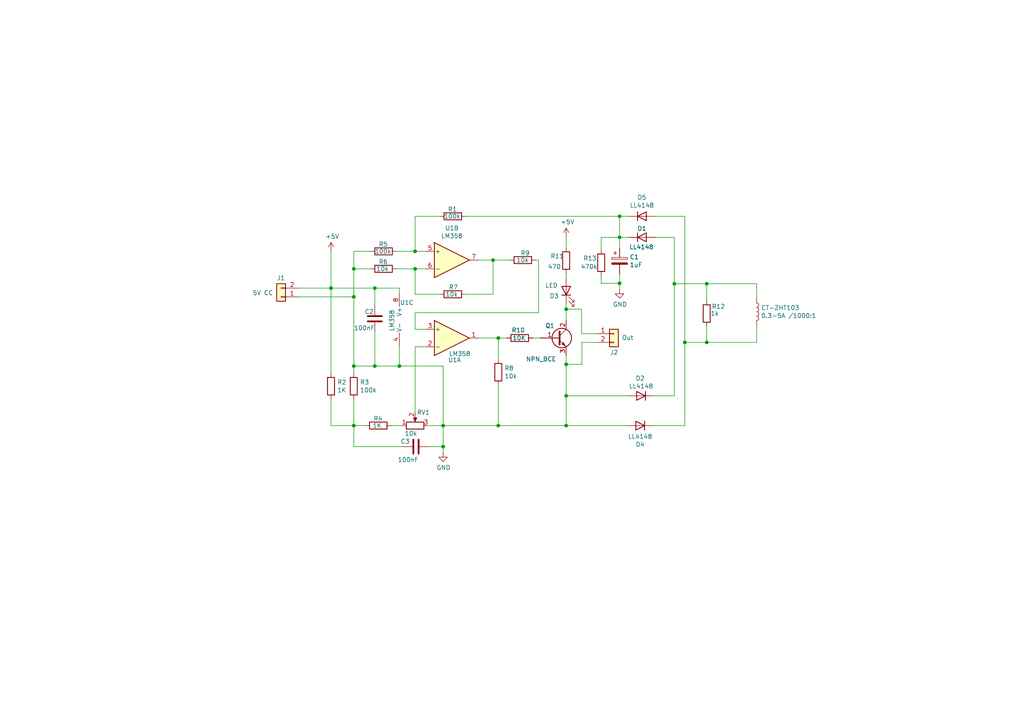
<source format=kicad_sch>
(kicad_sch (version 20200714) (host eeschema "5.99.0-unknown-ba90416~102~ubuntu18.04.1")
  (page 1 1)
  (paper "A4")
  (title_block (title "Detection AC corrent") (date "2020-05-30") (rev "0.0.1") (company "Radioelf"))
  (lib_symbols
    (symbol "Amplifier_Operational:LM358" (pin_names (offset 0.127))
      (property "Reference" "U" (at 0 5.08 0))
      (property "Value" "LM358" (at 0 -5.08 0))
      (symbol "LM358_1_1"
        (polyline (pts (xy -5.08 5.08) (xy 5.08 0) (xy -5.08 -5.08) (xy -5.08 5.08)) (stroke (width 0.254)) (fill (type background)))
        (pin output line (at 7.62 0 180) (length 2.54) (name "~") (number "1"))
        (pin input line (at -7.62 -2.54 0) (length 2.54) (name "-") (number "2"))
        (pin input line (at -7.62 2.54 0) (length 2.54) (name "+") (number "3"))
      )
      (symbol "LM358_2_1"
        (polyline (pts (xy -5.08 5.08) (xy 5.08 0) (xy -5.08 -5.08) (xy -5.08 5.08)) (stroke (width 0.254)) (fill (type background)))
        (pin input line (at -7.62 2.54 0) (length 2.54) (name "+") (number "5"))
        (pin input line (at -7.62 -2.54 0) (length 2.54) (name "-") (number "6"))
        (pin output line (at 7.62 0 180) (length 2.54) (name "~") (number "7"))
      )
      (symbol "LM358_3_1"
        (pin power_in line (at -2.54 -7.62 90) (length 3.81) (name "V-") (number "4"))
        (pin power_in line (at -2.54 7.62 270) (length 3.81) (name "V+") (number "8"))
      )
    )
    (symbol "Connector_Generic:Conn_01x02" (pin_names hide)
      (property "Reference" "J" (at 0 2.54 0))
      (property "Value" "Conn_01x02" (at 0 -5.08 0))
      (symbol "Conn_01x02_1_1"
        (rectangle (start -1.27 -2.413) (end 0 -2.667))
        (rectangle (start -1.27 0.127) (end 0 -0.127))
        (rectangle (start -1.27 1.27) (end 1.27 -3.81) (stroke (width 0.254)) (fill (type background)))
        (pin passive line (at -5.08 0 0) (length 3.81) (name "Pin_1") (number "1"))
        (pin passive line (at -5.08 -2.54 0) (length 3.81) (name "Pin_2") (number "2"))
      )
    )
    (symbol "Device:C" (pin_numbers hide) (pin_names (offset 0.254))
      (property "Reference" "C" (at 0.635 2.54 0))
      (property "Value" "C" (at 0.635 -2.54 0))
      (symbol "C_0_1"
        (polyline (pts (xy -2.032 -0.762) (xy 2.032 -0.762)) (stroke (width 0.508)))
        (polyline (pts (xy -2.032 0.762) (xy 2.032 0.762)) (stroke (width 0.508)))
      )
      (symbol "C_1_1"
        (pin passive line (at 0 3.81 270) (length 2.794) (name "~") (number "1"))
        (pin passive line (at 0 -3.81 90) (length 2.794) (name "~") (number "2"))
      )
    )
    (symbol "Device:CP" (pin_numbers hide) (pin_names (offset 0.254))
      (property "Reference" "C" (at 0.635 2.54 0))
      (property "Value" "CP" (at 0.635 -2.54 0))
      (symbol "CP_0_1"
        (rectangle (start -2.286 0.508) (end 2.286 1.016))
        (rectangle (start 2.286 -0.508) (end -2.286 -1.016) (fill (type outline)))
        (polyline (pts (xy -1.778 2.286) (xy -0.762 2.286)))
        (polyline (pts (xy -1.27 2.794) (xy -1.27 1.778)))
      )
      (symbol "CP_1_1"
        (pin passive line (at 0 3.81 270) (length 2.794) (name "~") (number "1"))
        (pin passive line (at 0 -3.81 90) (length 2.794) (name "~") (number "2"))
      )
    )
    (symbol "Device:D" (pin_numbers hide) (pin_names hide)
      (property "Reference" "D" (at 0 2.54 0))
      (property "Value" "D" (at 0 -2.54 0))
      (symbol "D_0_1"
        (polyline (pts (xy -1.27 1.27) (xy -1.27 -1.27)) (stroke (width 0.254)))
        (polyline (pts (xy 1.27 0) (xy -1.27 0)))
        (polyline (pts (xy 1.27 1.27) (xy 1.27 -1.27) (xy -1.27 0) (xy 1.27 1.27)) (stroke (width 0.254)))
      )
      (symbol "D_1_1"
        (pin passive line (at -3.81 0 0) (length 2.54) (name "K") (number "1"))
        (pin passive line (at 3.81 0 180) (length 2.54) (name "A") (number "2"))
      )
    )
    (symbol "Device:D_1" (pin_numbers hide) (pin_names hide)
      (property "Reference" "D" (at 0 2.54 0))
      (property "Value" "D" (at 0 -2.54 0))
      (symbol "D_1_0_1"
        (polyline (pts (xy -1.27 1.27) (xy -1.27 -1.27)) (stroke (width 0.254)))
        (polyline (pts (xy 1.27 0) (xy -1.27 0)))
        (polyline (pts (xy 1.27 1.27) (xy 1.27 -1.27) (xy -1.27 0) (xy 1.27 1.27)) (stroke (width 0.254)))
      )
      (symbol "D_1_1_1"
        (pin passive line (at -3.81 0 0) (length 2.54) (name "K") (number "1"))
        (pin passive line (at 3.81 0 180) (length 2.54) (name "A") (number "2"))
      )
    )
    (symbol "Device:D_2" (pin_numbers hide) (pin_names hide)
      (property "Reference" "D" (at 0 2.54 0))
      (property "Value" "D" (at 0 -2.54 0))
      (symbol "D_2_0_1"
        (polyline (pts (xy -1.27 1.27) (xy -1.27 -1.27)) (stroke (width 0.254)))
        (polyline (pts (xy 1.27 0) (xy -1.27 0)))
        (polyline (pts (xy 1.27 1.27) (xy 1.27 -1.27) (xy -1.27 0) (xy 1.27 1.27)) (stroke (width 0.254)))
      )
      (symbol "D_2_1_1"
        (pin passive line (at -3.81 0 0) (length 2.54) (name "K") (number "1"))
        (pin passive line (at 3.81 0 180) (length 2.54) (name "A") (number "2"))
      )
    )
    (symbol "Device:D_3" (pin_numbers hide) (pin_names hide)
      (property "Reference" "D" (at 0 2.54 0))
      (property "Value" "D" (at 0 -2.54 0))
      (symbol "D_3_0_1"
        (polyline (pts (xy -1.27 1.27) (xy -1.27 -1.27)) (stroke (width 0.254)))
        (polyline (pts (xy 1.27 0) (xy -1.27 0)))
        (polyline (pts (xy 1.27 1.27) (xy 1.27 -1.27) (xy -1.27 0) (xy 1.27 1.27)) (stroke (width 0.254)))
      )
      (symbol "D_3_1_1"
        (pin passive line (at -3.81 0 0) (length 2.54) (name "K") (number "1"))
        (pin passive line (at 3.81 0 180) (length 2.54) (name "A") (number "2"))
      )
    )
    (symbol "Device:L" (pin_numbers hide) (pin_names hide)
      (property "Reference" "L" (at -1.27 0 90))
      (property "Value" "L" (at 1.905 0 90))
      (symbol "L_0_1"
        (arc (start 0 -2.54) (end 0 -1.27) (radius (at 0 -1.905) (length 0.635) (angles -89.9 89.9)))
        (arc (start 0 -1.27) (end 0 0) (radius (at 0 -0.635) (length 0.635) (angles -89.9 89.9)))
        (arc (start 0 0) (end 0 1.27) (radius (at 0 0.635) (length 0.635) (angles -89.9 89.9)))
        (arc (start 0 1.27) (end 0 2.54) (radius (at 0 1.905) (length 0.635) (angles -89.9 89.9)))
      )
      (symbol "L_1_1"
        (pin passive line (at 0 3.81 270) (length 1.27) (name "1") (number "1"))
        (pin passive line (at 0 -3.81 90) (length 1.27) (name "2") (number "2"))
      )
    )
    (symbol "Device:LED" (pin_numbers hide) (pin_names hide)
      (property "Reference" "D" (at 0 2.54 0))
      (property "Value" "LED" (at 0 -2.54 0))
      (symbol "LED_0_1"
        (polyline (pts (xy -1.27 -1.27) (xy -1.27 1.27)) (stroke (width 0.254)))
        (polyline (pts (xy -1.27 0) (xy 1.27 0)))
        (polyline (pts (xy 1.27 -1.27) (xy 1.27 1.27) (xy -1.27 0) (xy 1.27 -1.27)) (stroke (width 0.254)))
        (polyline (pts (xy -3.048 -0.762) (xy -4.572 -2.286) (xy -3.81 -2.286) (xy -4.572 -2.286) (xy -4.572 -1.524)))
        (polyline (pts (xy -1.778 -0.762) (xy -3.302 -2.286) (xy -2.54 -2.286) (xy -3.302 -2.286) (xy -3.302 -1.524)))
      )
      (symbol "LED_1_1"
        (pin passive line (at -3.81 0 0) (length 2.54) (name "K") (number "1"))
        (pin passive line (at 3.81 0 180) (length 2.54) (name "A") (number "2"))
      )
    )
    (symbol "Device:Q_NPN_BCE" (pin_names (offset 0) hide)
      (property "Reference" "Q" (at 5.08 1.27 0))
      (property "Value" "Q_NPN_BCE" (at 5.08 -1.27 0))
      (symbol "Q_NPN_BCE_0_1"
        (circle (center 1.27 0) (radius 2.8194) (stroke (width 0.254)))
        (polyline (pts (xy 0.635 0.635) (xy 2.54 2.54)))
        (polyline (pts (xy 0.635 -0.635) (xy 2.54 -2.54) (xy 2.54 -2.54)))
        (polyline (pts (xy 0.635 1.905) (xy 0.635 -1.905) (xy 0.635 -1.905)) (stroke (width 0.508)))
        (polyline (pts (xy 1.27 -1.778) (xy 1.778 -1.27) (xy 2.286 -2.286) (xy 1.27 -1.778) (xy 1.27 -1.778)) (fill (type outline)))
      )
      (symbol "Q_NPN_BCE_1_1"
        (pin input line (at -5.08 0 0) (length 5.715) (name "B") (number "1"))
        (pin passive line (at 2.54 5.08 270) (length 2.54) (name "C") (number "2"))
        (pin passive line (at 2.54 -5.08 90) (length 2.54) (name "E") (number "3"))
      )
    )
    (symbol "Device:R" (pin_numbers hide) (pin_names (offset 0))
      (property "Reference" "R" (at 2.032 0 90))
      (property "Value" "R" (at 0 0 90))
      (symbol "R_0_1"
        (rectangle (start -1.016 -2.54) (end 1.016 2.54) (stroke (width 0.254)))
      )
      (symbol "R_1_1"
        (pin passive line (at 0 3.81 270) (length 1.27) (name "~") (number "1"))
        (pin passive line (at 0 -3.81 90) (length 1.27) (name "~") (number "2"))
      )
    )
    (symbol "Device:R_1" (pin_numbers hide) (pin_names (offset 0))
      (property "Reference" "R" (at 2.032 0 90))
      (property "Value" "R" (at 0 0 90))
      (symbol "R_1_0_1"
        (rectangle (start -1.016 -2.54) (end 1.016 2.54) (stroke (width 0.254)))
      )
      (symbol "R_1_1_1"
        (pin passive line (at 0 3.81 270) (length 1.27) (name "~") (number "1"))
        (pin passive line (at 0 -3.81 90) (length 1.27) (name "~") (number "2"))
      )
    )
    (symbol "Device:R_2" (pin_numbers hide) (pin_names (offset 0))
      (property "Reference" "R" (at 2.032 0 90))
      (property "Value" "R" (at 0 0 90))
      (symbol "R_2_0_1"
        (rectangle (start -1.016 -2.54) (end 1.016 2.54) (stroke (width 0.254)))
      )
      (symbol "R_2_1_1"
        (pin passive line (at 0 3.81 270) (length 1.27) (name "~") (number "1"))
        (pin passive line (at 0 -3.81 90) (length 1.27) (name "~") (number "2"))
      )
    )
    (symbol "Device:R_3" (pin_numbers hide) (pin_names (offset 0))
      (property "Reference" "R" (at 2.032 0 90))
      (property "Value" "R" (at 0 0 90))
      (symbol "R_3_0_1"
        (rectangle (start -1.016 -2.54) (end 1.016 2.54) (stroke (width 0.254)))
      )
      (symbol "R_3_1_1"
        (pin passive line (at 0 3.81 270) (length 1.27) (name "~") (number "1"))
        (pin passive line (at 0 -3.81 90) (length 1.27) (name "~") (number "2"))
      )
    )
    (symbol "Device:R_4" (pin_numbers hide) (pin_names (offset 0))
      (property "Reference" "R" (at 2.032 0 90))
      (property "Value" "R" (at 0 0 90))
      (symbol "R_4_0_1"
        (rectangle (start -1.016 -2.54) (end 1.016 2.54) (stroke (width 0.254)))
      )
      (symbol "R_4_1_1"
        (pin passive line (at 0 3.81 270) (length 1.27) (name "~") (number "1"))
        (pin passive line (at 0 -3.81 90) (length 1.27) (name "~") (number "2"))
      )
    )
    (symbol "Device:R_5" (pin_numbers hide) (pin_names (offset 0))
      (property "Reference" "R" (at 2.032 0 90))
      (property "Value" "R" (at 0 0 90))
      (symbol "R_5_0_1"
        (rectangle (start -1.016 -2.54) (end 1.016 2.54) (stroke (width 0.254)))
      )
      (symbol "R_5_1_1"
        (pin passive line (at 0 3.81 270) (length 1.27) (name "~") (number "1"))
        (pin passive line (at 0 -3.81 90) (length 1.27) (name "~") (number "2"))
      )
    )
    (symbol "Device:R_6" (pin_numbers hide) (pin_names (offset 0))
      (property "Reference" "R" (at 2.032 0 90))
      (property "Value" "R" (at 0 0 90))
      (symbol "R_6_0_1"
        (rectangle (start -1.016 -2.54) (end 1.016 2.54) (stroke (width 0.254)))
      )
      (symbol "R_6_1_1"
        (pin passive line (at 0 3.81 270) (length 1.27) (name "~") (number "1"))
        (pin passive line (at 0 -3.81 90) (length 1.27) (name "~") (number "2"))
      )
    )
    (symbol "Device:R_7" (pin_numbers hide) (pin_names (offset 0))
      (property "Reference" "R" (at 2.032 0 90))
      (property "Value" "R" (at 0 0 90))
      (symbol "R_7_0_1"
        (rectangle (start -1.016 -2.54) (end 1.016 2.54) (stroke (width 0.254)))
      )
      (symbol "R_7_1_1"
        (pin passive line (at 0 3.81 270) (length 1.27) (name "~") (number "1"))
        (pin passive line (at 0 -3.81 90) (length 1.27) (name "~") (number "2"))
      )
    )
    (symbol "Device:R_8" (pin_numbers hide) (pin_names (offset 0))
      (property "Reference" "R" (at 2.032 0 90))
      (property "Value" "R" (at 0 0 90))
      (symbol "R_8_0_1"
        (rectangle (start -1.016 -2.54) (end 1.016 2.54) (stroke (width 0.254)))
      )
      (symbol "R_8_1_1"
        (pin passive line (at 0 3.81 270) (length 1.27) (name "~") (number "1"))
        (pin passive line (at 0 -3.81 90) (length 1.27) (name "~") (number "2"))
      )
    )
    (symbol "Device:R_9" (pin_numbers hide) (pin_names (offset 0))
      (property "Reference" "R" (at 2.032 0 90))
      (property "Value" "R" (at 0 0 90))
      (symbol "R_9_0_1"
        (rectangle (start -1.016 -2.54) (end 1.016 2.54) (stroke (width 0.254)))
      )
      (symbol "R_9_1_1"
        (pin passive line (at 0 3.81 270) (length 1.27) (name "~") (number "1"))
        (pin passive line (at 0 -3.81 90) (length 1.27) (name "~") (number "2"))
      )
    )
    (symbol "Device:R_POT" (pin_names hide)
      (property "Reference" "RV" (at -4.445 0 90))
      (property "Value" "R_POT" (at -2.54 0 90))
      (symbol "R_POT_0_1"
        (rectangle (start 1.016 2.54) (end -1.016 -2.54) (stroke (width 0.254)))
        (polyline (pts (xy 2.54 0) (xy 1.524 0)))
        (polyline (pts (xy 1.143 0) (xy 2.286 0.508) (xy 2.286 -0.508) (xy 1.143 0)) (fill (type outline)))
      )
      (symbol "R_POT_1_1"
        (pin passive line (at 0 3.81 270) (length 1.27) (name "1") (number "1"))
        (pin passive line (at 3.81 0 180) (length 1.27) (name "2") (number "2"))
        (pin passive line (at 0 -3.81 90) (length 1.27) (name "3") (number "3"))
      )
    )
    (symbol "power:+5V" (power) (pin_names (offset 0))
      (property "Value" "+5V" (at 0 3.556 0))
      (symbol "+5V_0_1"
        (polyline (pts (xy -0.762 1.27) (xy 0 2.54)))
        (polyline (pts (xy 0 0) (xy 0 2.54)))
        (polyline (pts (xy 0 2.54) (xy 0.762 1.27)))
      )
      (symbol "+5V_1_1"
        (pin power_in line (at 0 0 90) (length 0) hide (name "+5V") (number "1"))
      )
    )
    (symbol "power:GND" (power) (pin_names (offset 0))
      (property "Value" "GND" (at 0 -3.81 0))
      (symbol "GND_0_1"
        (polyline (pts (xy 0 0) (xy 0 -1.27) (xy 1.27 -1.27) (xy 0 -2.54) (xy -1.27 -1.27) (xy 0 -1.27)))
      )
      (symbol "GND_1_1"
        (pin power_in line (at 0 0 270) (length 0) hide (name "GND") (number "1"))
      )
    )
  )
  (junction (at 96.012 83.566))
  (junction (at 102.616 77.978))
  (junction (at 102.616 86.106))
  (junction (at 102.616 106.172))
  (junction (at 102.616 123.444))
  (junction (at 108.712 83.566))
  (junction (at 108.712 106.172))
  (junction (at 115.824 106.172))
  (junction (at 120.396 72.898))
  (junction (at 120.396 77.978))
  (junction (at 128.524 123.444))
  (junction (at 128.524 129.54))
  (junction (at 143.002 75.438))
  (junction (at 144.526 98.044))
  (junction (at 144.526 123.444))
  (junction (at 164.211 89.662))
  (junction (at 164.211 105.664))
  (junction (at 164.211 114.808))
  (junction (at 164.211 123.444))
  (junction (at 179.705 62.738))
  (junction (at 179.705 68.834))
  (junction (at 179.705 82.169))
  (junction (at 195.58 82.296))
  (junction (at 198.628 99.314))
  (junction (at 204.978 82.296))
  (junction (at 204.978 99.314))
  (wire (pts (xy 86.614 83.566) (xy 96.012 83.566)))
  (wire (pts (xy 86.614 86.106) (xy 102.616 86.106)))
  (wire (pts (xy 96.012 72.898) (xy 96.012 83.566)))
  (wire (pts (xy 96.012 83.566) (xy 96.012 108.204)))
  (wire (pts (xy 96.012 83.566) (xy 108.712 83.566)))
  (wire (pts (xy 96.012 123.444) (xy 96.012 115.824)))
  (wire (pts (xy 102.616 72.898) (xy 102.616 77.978)))
  (wire (pts (xy 102.616 77.978) (xy 102.616 86.106)))
  (wire (pts (xy 102.616 86.106) (xy 102.616 106.172)))
  (wire (pts (xy 102.616 106.172) (xy 108.712 106.172)))
  (wire (pts (xy 102.616 108.204) (xy 102.616 106.172)))
  (wire (pts (xy 102.616 115.824) (xy 102.616 123.444)))
  (wire (pts (xy 102.616 123.444) (xy 96.012 123.444)))
  (wire (pts (xy 102.616 123.444) (xy 105.918 123.444)))
  (wire (pts (xy 102.616 129.54) (xy 102.616 123.444)))
  (wire (pts (xy 107.442 72.898) (xy 102.616 72.898)))
  (wire (pts (xy 107.442 77.978) (xy 102.616 77.978)))
  (wire (pts (xy 108.712 83.566) (xy 108.712 88.646)))
  (wire (pts (xy 108.712 83.566) (xy 115.824 83.566)))
  (wire (pts (xy 108.712 96.266) (xy 108.712 106.172)))
  (wire (pts (xy 108.712 106.172) (xy 115.824 106.172)))
  (wire (pts (xy 113.538 123.444) (xy 116.586 123.444)))
  (wire (pts (xy 115.062 72.898) (xy 120.396 72.898)))
  (wire (pts (xy 115.062 77.978) (xy 120.396 77.978)))
  (wire (pts (xy 115.824 83.566) (xy 115.824 85.09)))
  (wire (pts (xy 115.824 100.33) (xy 115.824 106.172)))
  (wire (pts (xy 115.824 106.172) (xy 128.524 106.172)))
  (wire (pts (xy 116.84 129.54) (xy 102.616 129.54)))
  (wire (pts (xy 120.396 62.738) (xy 120.396 72.898)))
  (wire (pts (xy 120.396 72.898) (xy 123.444 72.898)))
  (wire (pts (xy 120.396 77.978) (xy 123.444 77.978)))
  (wire (pts (xy 120.396 85.344) (xy 120.396 77.978)))
  (wire (pts (xy 120.396 90.678) (xy 120.396 95.504)))
  (wire (pts (xy 120.396 95.504) (xy 123.444 95.504)))
  (wire (pts (xy 120.396 100.584) (xy 120.396 119.634)))
  (wire (pts (xy 123.444 100.584) (xy 120.396 100.584)))
  (wire (pts (xy 124.206 123.444) (xy 128.524 123.444)))
  (wire (pts (xy 124.46 129.54) (xy 128.524 129.54)))
  (wire (pts (xy 127.508 62.738) (xy 120.396 62.738)))
  (wire (pts (xy 127.508 85.344) (xy 120.396 85.344)))
  (wire (pts (xy 128.524 106.172) (xy 128.524 123.444)))
  (wire (pts (xy 128.524 123.444) (xy 128.524 129.54)))
  (wire (pts (xy 128.524 129.54) (xy 128.524 131.318)))
  (wire (pts (xy 135.128 62.738) (xy 179.705 62.738)))
  (wire (pts (xy 138.684 75.438) (xy 143.002 75.438)))
  (wire (pts (xy 138.684 98.044) (xy 144.526 98.044)))
  (wire (pts (xy 143.002 75.438) (xy 143.002 85.344)))
  (wire (pts (xy 143.002 75.438) (xy 147.828 75.438)))
  (wire (pts (xy 143.002 85.344) (xy 135.128 85.344)))
  (wire (pts (xy 144.526 98.044) (xy 144.526 104.14)))
  (wire (pts (xy 144.526 98.044) (xy 146.939 98.044)))
  (wire (pts (xy 144.526 111.76) (xy 144.526 123.444)))
  (wire (pts (xy 144.526 123.444) (xy 128.524 123.444)))
  (wire (pts (xy 144.526 123.444) (xy 164.211 123.444)))
  (wire (pts (xy 154.559 98.044) (xy 156.591 98.044)))
  (wire (pts (xy 155.448 75.438) (xy 156.21 75.438)))
  (wire (pts (xy 156.21 75.438) (xy 156.21 90.678)))
  (wire (pts (xy 156.21 90.678) (xy 120.396 90.678)))
  (wire (pts (xy 164.211 68.707) (xy 164.211 71.755)))
  (wire (pts (xy 164.211 79.375) (xy 164.211 80.518)))
  (wire (pts (xy 164.211 88.138) (xy 164.211 89.662)))
  (wire (pts (xy 164.211 89.662) (xy 164.211 92.964)))
  (wire (pts (xy 164.211 105.664) (xy 164.211 103.124)))
  (wire (pts (xy 164.211 105.664) (xy 164.211 114.808)))
  (wire (pts (xy 164.211 114.808) (xy 164.211 123.444)))
  (wire (pts (xy 164.211 114.808) (xy 182.118 114.808)))
  (wire (pts (xy 164.211 123.444) (xy 181.864 123.444)))
  (wire (pts (xy 168.656 89.662) (xy 164.211 89.662)))
  (wire (pts (xy 168.656 89.662) (xy 168.656 96.774)))
  (wire (pts (xy 168.656 96.774) (xy 172.974 96.774)))
  (wire (pts (xy 168.783 99.314) (xy 168.783 105.664)))
  (wire (pts (xy 168.783 105.664) (xy 164.211 105.664)))
  (wire (pts (xy 172.974 99.314) (xy 168.783 99.314)))
  (wire (pts (xy 174.371 68.834) (xy 174.371 72.39)))
  (wire (pts (xy 174.371 80.01) (xy 174.371 82.169)))
  (wire (pts (xy 174.371 82.169) (xy 179.705 82.169)))
  (wire (pts (xy 179.705 62.738) (xy 179.705 68.834)))
  (wire (pts (xy 179.705 62.738) (xy 182.372 62.738)))
  (wire (pts (xy 179.705 68.834) (xy 174.371 68.834)))
  (wire (pts (xy 179.705 68.834) (xy 179.705 71.882)))
  (wire (pts (xy 179.705 79.502) (xy 179.705 82.169)))
  (wire (pts (xy 179.705 82.169) (xy 179.705 83.947)))
  (wire (pts (xy 179.832 68.834) (xy 179.705 68.834)))
  (wire (pts (xy 182.372 68.834) (xy 179.705 68.834)))
  (wire (pts (xy 189.484 123.444) (xy 198.628 123.444)))
  (wire (pts (xy 189.992 68.834) (xy 195.58 68.834)))
  (wire (pts (xy 195.58 68.834) (xy 195.58 82.296)))
  (wire (pts (xy 195.58 82.296) (xy 195.58 114.808)))
  (wire (pts (xy 195.58 114.808) (xy 189.738 114.808)))
  (wire (pts (xy 198.628 62.738) (xy 189.992 62.738)))
  (wire (pts (xy 198.628 99.314) (xy 198.628 62.738)))
  (wire (pts (xy 198.628 99.314) (xy 204.978 99.314)))
  (wire (pts (xy 198.628 123.444) (xy 198.628 99.314)))
  (wire (pts (xy 204.978 82.296) (xy 195.58 82.296)))
  (wire (pts (xy 204.978 82.296) (xy 219.456 82.296)))
  (wire (pts (xy 204.978 87.122) (xy 204.978 82.296)))
  (wire (pts (xy 204.978 94.742) (xy 204.978 99.314)))
  (wire (pts (xy 219.456 82.296) (xy 219.456 86.614)))
  (wire (pts (xy 219.456 94.234) (xy 219.456 99.314)))
  (wire (pts (xy 219.456 99.314) (xy 204.978 99.314)))
  (symbol (lib_id "power:+5V") (at 96.012 72.898 0) (unit 1)
    (property "Reference" "#PWR0105" (effects hide))
    (property "Value" "+5V" (at 96.3803 68.5736 0))
  )
  (symbol (lib_id "power:+5V") (at 164.211 68.707 0) (unit 1)
    (property "Reference" "#PWR0102" (effects hide))
    (property "Value" "+5V" (at 164.5793 64.3826 0))
  )
  (symbol (lib_id "Device:L") (at 219.456 90.424 0) (unit 1)
    (property "Reference" "CT-ZHT103" (at 220.726 89.275 0) (effects (justify left)))
    (property "Value" "0.3-5A /1000:1" (at 220.726 91.573 0) (effects (justify left)))
    (property "Footprint" "Inductor_THT:L_Axial_L9.5mm_D4.0mm_P12.70mm_Horizontal_Fastron_SMCC" (effects hide))
  )
  (symbol (lib_id "power:GND") (at 128.524 131.318 0) (unit 1)
    (property "Reference" "#PWR0103" (effects hide))
    (property "Value" "GND" (at 128.6383 135.6424 0))
  )
  (symbol (lib_id "power:GND") (at 179.705 83.947 0) (unit 1)
    (property "Reference" "#PWR0101" (effects hide))
    (property "Value" "GND" (at 179.8193 88.2714 0))
  )
  (symbol (lib_name "Device:R_3") (lib_id "Device:R") (at 96.012 112.014 0) (unit 1)
    (property "Reference" "R2" (at 97.79 110.865 0) (effects (justify left)))
    (property "Value" "1K" (at 97.79 113.163 0) (effects (justify left)))
    (property "Footprint" "Resistor_SMD:R_0805_2012Metric" (effects hide))
  )
  (symbol (lib_name "Device:R_2") (lib_id "Device:R") (at 102.616 112.014 0) (unit 1)
    (property "Reference" "R3" (at 104.394 110.865 0) (effects (justify left)))
    (property "Value" "100k" (at 104.394 113.163 0) (effects (justify left)))
    (property "Footprint" "Resistor_SMD:R_0805_2012Metric" (effects hide))
  )
  (symbol (lib_name "Device:R_1") (lib_id "Device:R") (at 109.728 123.444 90) (unit 1)
    (property "Reference" "R4" (at 110.998 121.412 90) (effects (justify left)))
    (property "Value" "1K" (at 110.744 123.444 90) (effects (justify left)))
    (property "Footprint" "Resistor_SMD:R_0805_2012Metric" (effects hide))
  )
  (symbol (lib_name "Device:R_8") (lib_id "Device:R") (at 111.252 72.898 90) (unit 1)
    (property "Reference" "R5" (at 112.522 70.866 90) (effects (justify left)))
    (property "Value" "100k" (at 113.538 72.898 90) (effects (justify left)))
    (property "Footprint" "Resistor_SMD:R_0805_2012Metric" (effects hide))
  )
  (symbol (lib_name "Device:R_7") (lib_id "Device:R") (at 111.252 77.978 90) (unit 1)
    (property "Reference" "R6" (at 112.522 75.946 90) (effects (justify left)))
    (property "Value" "10k" (at 112.776 77.978 90) (effects (justify left)))
    (property "Footprint" "Resistor_SMD:R_0805_2012Metric" (effects hide))
  )
  (symbol (lib_name "Device:R_9") (lib_id "Device:R") (at 131.318 62.738 90) (unit 1)
    (property "Reference" "R1" (at 132.588 60.706 90) (effects (justify left)))
    (property "Value" "100k" (at 133.604 62.738 90) (effects (justify left)))
    (property "Footprint" "Resistor_SMD:R_0805_2012Metric" (effects hide))
  )
  (symbol (lib_name "Device:R_6") (lib_id "Device:R") (at 131.318 85.344 90) (unit 1)
    (property "Reference" "R7" (at 132.842 83.312 90) (effects (justify left)))
    (property "Value" "10k" (at 132.842 85.344 90) (effects (justify left)))
    (property "Footprint" "Resistor_SMD:R_0805_2012Metric" (effects hide))
  )
  (symbol (lib_name "Device:R_4") (lib_id "Device:R") (at 144.526 107.95 0) (unit 1)
    (property "Reference" "R8" (at 146.304 106.801 0) (effects (justify left)))
    (property "Value" "10k" (at 146.3041 109.0993 0) (effects (justify left)))
    (property "Footprint" "Resistor_SMD:R_0805_2012Metric" (effects hide))
  )
  (symbol (lib_name "Device:R_5") (lib_id "Device:R") (at 150.749 98.044 90) (unit 1)
    (property "Reference" "R10" (at 152.273 95.758 90) (effects (justify left)))
    (property "Value" "10K" (at 152.527 98.044 90) (effects (justify left)))
    (property "Footprint" "Resistor_SMD:R_0805_2012Metric" (effects hide))
  )
  (symbol (lib_id "Device:R") (at 151.638 75.438 90) (unit 1)
    (property "Reference" "R9" (at 153.67 73.406 90) (effects (justify left)))
    (property "Value" "10k" (at 153.416 75.438 90) (effects (justify left)))
    (property "Footprint" "Resistor_SMD:R_0805_2012Metric" (effects hide))
  )
  (symbol (lib_id "Device:R") (at 164.211 75.565 0) (unit 1)
    (property "Reference" "R11" (at 159.639 74.295 0) (effects (justify left)))
    (property "Value" "470" (at 158.877 77.343 0) (effects (justify left)))
    (property "Footprint" "Resistor_SMD:R_0805_2012Metric" (effects hide))
  )
  (symbol (lib_id "Device:R") (at 174.371 76.2 0) (unit 1)
    (property "Reference" "R13" (at 169.164 74.93 0) (effects (justify left)))
    (property "Value" "470k" (at 168.402 77.343 0) (effects (justify left)))
    (property "Footprint" "Resistor_SMD:R_0805_2012Metric" (effects hide))
  )
  (symbol (lib_id "Device:R") (at 204.978 90.932 180) (unit 1)
    (property "Reference" "R12" (at 210.312 88.9 0) (effects (justify left)))
    (property "Value" "1k" (at 208.534 90.932 0) (effects (justify left)))
    (property "Footprint" "Resistor_SMD:R_0805_2012Metric" (effects hide))
  )
  (symbol (lib_name "Device:D_3") (lib_id "Device:D") (at 185.674 123.444 180) (unit 1)
    (property "Reference" "D4" (at 185.674 128.9242 0))
    (property "Value" "LL4148" (at 185.674 126.6255 0))
    (property "Footprint" "Diode_SMD:D_MiniMELF" (effects hide))
  )
  (symbol (lib_name "Device:D_2") (lib_id "Device:D") (at 185.928 114.808 180) (unit 1)
    (property "Reference" "D2" (at 185.674 109.728 0))
    (property "Value" "LL4148" (at 185.928 112.014 0))
    (property "Footprint" "Diode_SMD:D_MiniMELF" (effects hide))
  )
  (symbol (lib_name "Device:D_1") (lib_id "Device:D") (at 186.182 62.738 0) (unit 1)
    (property "Reference" "D5" (at 186.182 57.2578 0))
    (property "Value" "LL4148" (at 186.182 59.5565 0))
    (property "Footprint" "Diode_SMD:D_MiniMELF" (effects hide))
  )
  (symbol (lib_id "Device:D") (at 186.182 68.834 0) (unit 1)
    (property "Reference" "D1" (at 186.182 66.294 0))
    (property "Value" "LL4148" (at 186.055 71.628 0))
    (property "Footprint" "Diode_SMD:D_MiniMELF" (effects hide))
  )
  (symbol (lib_id "Device:LED") (at 164.211 84.328 90) (unit 1)
    (property "Reference" "D3" (at 159.385 85.852 90) (effects (justify right)))
    (property "Value" "LED" (at 158.115 82.804 90) (effects (justify right)))
    (property "Footprint" "LED_SMD:LED_0805_2012Metric" (effects hide))
  )
  (symbol (lib_id "Amplifier_Operational:LM358") (at 118.364 92.71 0) (unit 3)
    (property "Reference" "U1" (at 117.983 87.757 0))
    (property "Value" "LM358" (at 113.665 92.964 90))
    (property "Footprint" "Package_SO:SOP-8_3.9x4.9mm_P1.27mm" (effects hide))
    (property "Datasheet" "http://www.ti.com/lit/ds/symlink/lm2904-n.pdf" (effects hide))
  )
  (symbol (lib_id "Connector_Generic:Conn_01x02") (at 81.534 86.106 180) (unit 1)
    (property "Reference" "J1" (at 82.677 80.645 0) (effects (justify left)))
    (property "Value" "5V CC" (at 79.248 84.963 0) (effects (justify left)))
    (property "Footprint" "Connector_JST:JST_NV_B02P-NV_1x02_P5.00mm_Vertical" (effects hide))
  )
  (symbol (lib_id "Connector_Generic:Conn_01x02") (at 178.054 96.774 0) (unit 1)
    (property "Reference" "J2" (at 176.911 102.235 0) (effects (justify left)))
    (property "Value" "Out" (at 180.34 97.917 0) (effects (justify left)))
    (property "Footprint" "Connector_JST:JST_NV_B02P-NV_1x02_P5.00mm_Vertical" (effects hide))
  )
  (symbol (lib_id "Device:C") (at 108.712 92.456 180) (unit 1)
    (property "Reference" "C2" (at 108.458 90.424 0) (effects (justify left)))
    (property "Value" "100nF" (at 108.712 95.123 0) (effects (justify left)))
    (property "Footprint" "Capacitor_SMD:C_0805_2012Metric" (effects hide))
  )
  (symbol (lib_id "Device:C") (at 120.65 129.54 90) (unit 1)
    (property "Reference" "C3" (at 118.872 128.016 90) (effects (justify left)))
    (property "Value" "100nF" (at 121.412 133.35 90) (effects (justify left)))
    (property "Footprint" "Capacitor_SMD:C_0805_2012Metric" (effects hide))
  )
  (symbol (lib_id "Device:CP") (at 179.705 75.692 0) (unit 1)
    (property "Reference" "C1" (at 182.6261 74.5426 0) (effects (justify left)))
    (property "Value" "1uF" (at 182.626 76.841 0) (effects (justify left)))
    (property "Footprint" "Capacitor_Tantalum_SMD:CP_EIA-3528-12_Kemet-T" (effects hide))
  )
  (symbol (lib_id "Device:R_POT") (at 120.396 123.444 90) (unit 1)
    (property "Reference" "RV1" (at 120.904 119.634 90) (effects (justify right)))
    (property "Value" "10k" (at 117.348 125.73 90) (effects (justify right)))
    (property "Footprint" "Potentiometer_THT:Potentiometer_Bourns_3296Y_Vertical" (effects hide))
  )
  (symbol (lib_id "Device:Q_NPN_BCE") (at 161.671 98.044 0) (unit 1)
    (property "Reference" "Q1" (at 158.115 94.488 0) (effects (justify left)))
    (property "Value" "NPN_BCE" (at 152.527 104.14 0) (effects (justify left)))
    (property "Footprint" "Package_TO_SOT_SMD:TSOT-23" (effects hide))
  )
  (symbol (lib_id "Amplifier_Operational:LM358") (at 131.064 75.438 0) (unit 2)
    (property "Reference" "U1" (at 131.064 66.1478 0))
    (property "Value" "LM358" (at 131.064 68.4465 0))
    (property "Footprint" "Package_SO:SOP-8_3.9x4.9mm_P1.27mm" (effects hide))
    (property "Datasheet" "http://www.ti.com/lit/ds/symlink/lm2904-n.pdf" (effects hide))
  )
  (symbol (lib_id "Amplifier_Operational:LM358") (at 131.064 98.044 0) (unit 1)
    (property "Reference" "U1" (at 131.826 104.394 0))
    (property "Value" "LM358" (at 133.35 102.616 0))
    (property "Footprint" "Package_SO:SOP-8_3.9x4.9mm_P1.27mm" (effects hide))
    (property "Datasheet" "http://www.ti.com/lit/ds/symlink/lm2904-n.pdf" (effects hide))
  )
)
</source>
